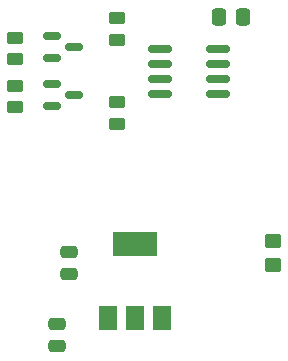
<source format=gbp>
G04 #@! TF.GenerationSoftware,KiCad,Pcbnew,6.0.4-6f826c9f35~116~ubuntu18.04.1*
G04 #@! TF.CreationDate,2022-04-26T12:07:31+08:00*
G04 #@! TF.ProjectId,ESP32_CAN_TEST,45535033-325f-4434-914e-5f544553542e,rev?*
G04 #@! TF.SameCoordinates,Original*
G04 #@! TF.FileFunction,Paste,Bot*
G04 #@! TF.FilePolarity,Positive*
%FSLAX46Y46*%
G04 Gerber Fmt 4.6, Leading zero omitted, Abs format (unit mm)*
G04 Created by KiCad (PCBNEW 6.0.4-6f826c9f35~116~ubuntu18.04.1) date 2022-04-26 12:07:31*
%MOMM*%
%LPD*%
G01*
G04 APERTURE LIST*
G04 Aperture macros list*
%AMRoundRect*
0 Rectangle with rounded corners*
0 $1 Rounding radius*
0 $2 $3 $4 $5 $6 $7 $8 $9 X,Y pos of 4 corners*
0 Add a 4 corners polygon primitive as box body*
4,1,4,$2,$3,$4,$5,$6,$7,$8,$9,$2,$3,0*
0 Add four circle primitives for the rounded corners*
1,1,$1+$1,$2,$3*
1,1,$1+$1,$4,$5*
1,1,$1+$1,$6,$7*
1,1,$1+$1,$8,$9*
0 Add four rect primitives between the rounded corners*
20,1,$1+$1,$2,$3,$4,$5,0*
20,1,$1+$1,$4,$5,$6,$7,0*
20,1,$1+$1,$6,$7,$8,$9,0*
20,1,$1+$1,$8,$9,$2,$3,0*%
G04 Aperture macros list end*
%ADD10RoundRect,0.250000X0.450000X-0.262500X0.450000X0.262500X-0.450000X0.262500X-0.450000X-0.262500X0*%
%ADD11R,1.500000X2.000000*%
%ADD12R,3.800000X2.000000*%
%ADD13RoundRect,0.250000X0.475000X-0.250000X0.475000X0.250000X-0.475000X0.250000X-0.475000X-0.250000X0*%
%ADD14RoundRect,0.150000X-0.587500X-0.150000X0.587500X-0.150000X0.587500X0.150000X-0.587500X0.150000X0*%
%ADD15RoundRect,0.250000X-0.337500X-0.475000X0.337500X-0.475000X0.337500X0.475000X-0.337500X0.475000X0*%
%ADD16RoundRect,0.250000X-0.475000X0.250000X-0.475000X-0.250000X0.475000X-0.250000X0.475000X0.250000X0*%
%ADD17RoundRect,0.250000X0.450000X-0.350000X0.450000X0.350000X-0.450000X0.350000X-0.450000X-0.350000X0*%
%ADD18RoundRect,0.150000X-0.825000X-0.150000X0.825000X-0.150000X0.825000X0.150000X-0.825000X0.150000X0*%
%ADD19RoundRect,0.250000X-0.450000X0.262500X-0.450000X-0.262500X0.450000X-0.262500X0.450000X0.262500X0*%
G04 APERTURE END LIST*
D10*
X127000000Y-65936500D03*
X127000000Y-64111500D03*
X118364000Y-64516000D03*
X118364000Y-62691000D03*
D11*
X130824000Y-82398000D03*
D12*
X128524000Y-76098000D03*
D11*
X128524000Y-82398000D03*
X126224000Y-82398000D03*
D13*
X121920000Y-84770000D03*
X121920000Y-82870000D03*
D14*
X121490500Y-64450000D03*
X121490500Y-62550000D03*
X123365500Y-63500000D03*
D10*
X118364000Y-60452000D03*
X118364000Y-58627000D03*
D15*
X135614500Y-56896000D03*
X137689500Y-56896000D03*
D16*
X122936000Y-76774000D03*
X122936000Y-78674000D03*
D17*
X140208000Y-77866000D03*
X140208000Y-75866000D03*
D18*
X130621000Y-63373000D03*
X130621000Y-62103000D03*
X130621000Y-60833000D03*
X130621000Y-59563000D03*
X135571000Y-59563000D03*
X135571000Y-60833000D03*
X135571000Y-62103000D03*
X135571000Y-63373000D03*
D19*
X127000000Y-56999500D03*
X127000000Y-58824500D03*
D14*
X121490500Y-60386000D03*
X121490500Y-58486000D03*
X123365500Y-59436000D03*
M02*

</source>
